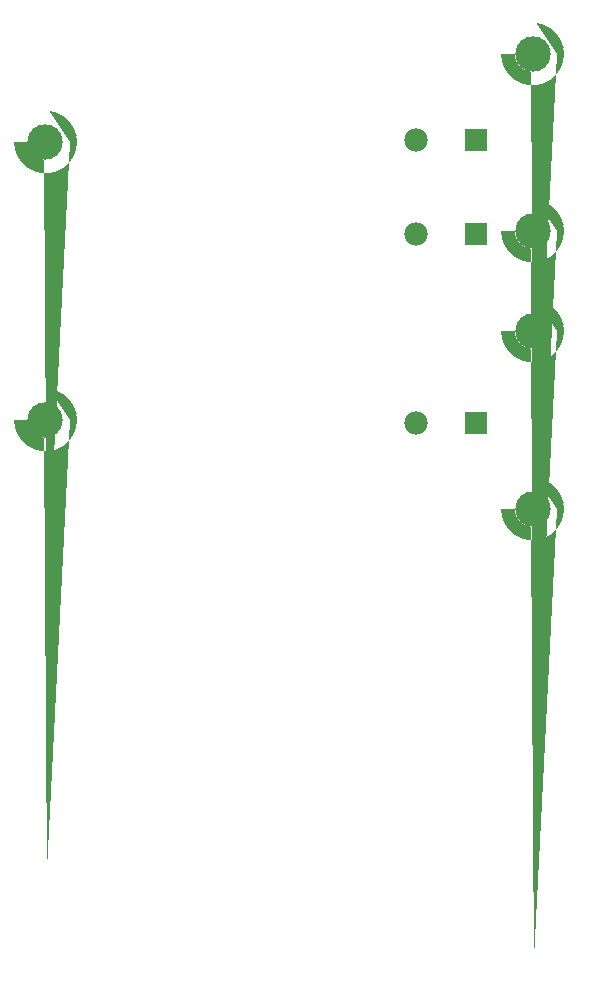
<source format=gbr>
%TF.GenerationSoftware,KiCad,Pcbnew,8.0.0*%
%TF.CreationDate,2024-04-01T22:39:33+02:00*%
%TF.ProjectId,Parkside_Contacts_Fused,5061726b-7369-4646-955f-436f6e746163,rev?*%
%TF.SameCoordinates,Original*%
%TF.FileFunction,Soldermask,Top*%
%TF.FilePolarity,Negative*%
%FSLAX46Y46*%
G04 Gerber Fmt 4.6, Leading zero omitted, Abs format (unit mm)*
G04 Created by KiCad (PCBNEW 8.0.0) date 2024-04-01 22:39:33*
%MOMM*%
%LPD*%
G01*
G04 APERTURE LIST*
G04 Aperture macros list*
%AMFreePoly0*
4,1,93,-1.755578,2.630679,-1.440813,2.572996,-1.135297,2.477793,-0.843484,2.346458,-0.569628,2.180907,-0.317725,1.983553,-0.091447,1.757275,0.105907,1.505372,0.271458,1.231516,0.402793,0.939703,0.497996,0.634187,0.555679,0.319422,0.575000,0.000000,0.555679,-0.319422,0.497996,-0.634187,0.402793,-0.939703,0.271458,-1.231516,0.105907,-1.505372,-0.091447,-1.757275,-0.317725,-1.983553,
-0.569628,-2.180907,-0.843484,-2.346458,-1.135297,-2.477793,-1.440813,-2.572996,-1.755578,-2.630679,-2.075000,-2.650000,-2.394422,-2.630679,-2.709187,-2.572996,-3.014703,-2.477793,-3.306516,-2.346458,-3.580372,-2.180907,-3.832275,-1.983553,-4.058553,-1.757275,-4.255907,-1.505372,-4.421458,-1.231516,-4.552793,-0.939703,-4.647996,-0.634187,-4.705679,-0.319422,-4.725000,0.000000,-3.580141,0.000000,
-3.559613,-0.247738,-3.498588,-0.488718,-3.398732,-0.716368,-3.262768,-0.924477,-3.094404,-1.107368,-2.898234,-1.260054,-2.679608,-1.378368,-2.444490,-1.459084,-2.199294,-1.500000,-1.950706,-1.500000,-1.705510,-1.459084,-1.470392,-1.378368,-1.251766,-1.260054,-1.055596,-1.107368,-0.887232,-0.924477,-0.751268,-0.716368,-0.651412,-0.488718,-0.590387,-0.247738,-0.569859,0.000000,-0.590387,0.247738,
-0.651412,0.488718,-0.751268,0.716368,-0.887232,0.924477,-1.055596,1.107368,-1.251766,1.260054,-1.470392,1.378368,-1.705510,1.459084,-1.950706,1.500000,-2.199294,1.500000,-2.444490,1.459084,-2.679608,1.378368,-2.898234,1.260054,-3.094404,1.107368,-3.262768,0.924477,-3.398732,0.716368,-3.498588,0.488718,-3.559613,0.247738,-3.580141,0.000000,-4.725000,0.000000,-4.705679,0.319422,
-4.647996,0.634187,-4.552793,0.939703,-4.421458,1.231516,-4.255907,1.505372,-4.058553,1.757275,-3.832275,1.983553,-3.580372,2.180907,-3.306516,2.346458,-3.014703,2.477793,-2.709187,2.572996,-2.394422,2.630679,-2.075000,2.650000,-1.755578,2.630679,-1.755578,2.630679,$1*%
G04 Aperture macros list end*
%ADD10C,3.000000*%
%ADD11FreePoly0,0.000000*%
%ADD12C,1.980000*%
%ADD13R,1.980000X1.980000*%
G04 APERTURE END LIST*
D10*
%TO.C,J5*%
X81580000Y-115750000D03*
D11*
X83655000Y-115750000D03*
%TD*%
D10*
%TO.C,J6*%
X122850000Y-108250000D03*
D11*
X124925000Y-108250000D03*
%TD*%
D10*
%TO.C,J7*%
X81580000Y-139250000D03*
D11*
X83655000Y-139250000D03*
%TD*%
D10*
%TO.C,J9*%
X122850000Y-131750000D03*
D11*
X124925000Y-131750000D03*
%TD*%
D10*
%TO.C,J10*%
X122850000Y-123250000D03*
D11*
X124925000Y-123250000D03*
%TD*%
D10*
%TO.C,J8*%
X122850000Y-146750000D03*
D11*
X124925000Y-146750000D03*
%TD*%
D12*
%TO.C,J3*%
X112920000Y-139500000D03*
D13*
X118000000Y-139500000D03*
%TD*%
D12*
%TO.C,J2*%
X112920000Y-123500000D03*
D13*
X118000000Y-123500000D03*
%TD*%
D12*
%TO.C,J1*%
X112920000Y-115500000D03*
D13*
X118000000Y-115500000D03*
%TD*%
M02*

</source>
